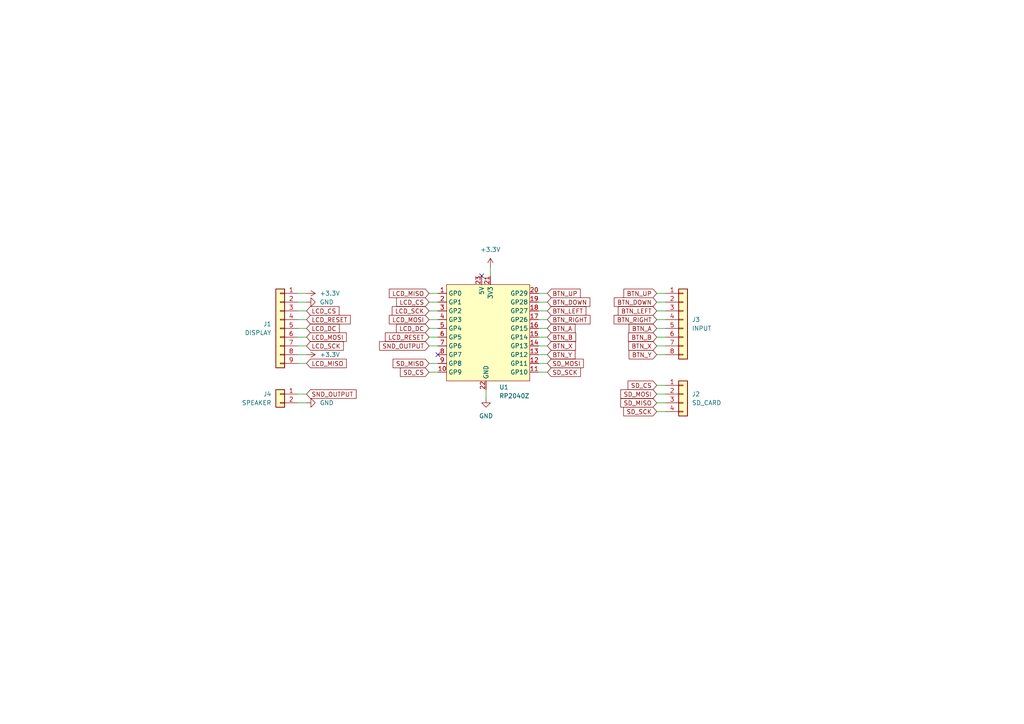
<source format=kicad_sch>
(kicad_sch (version 20230121) (generator eeschema)
  (paper "A4")
  (title_block (title "PiConsole") (date "2023-04-05") (company "Patrick L. Melo") (comment 1 "patrick@patrickmelo.com.br"))
  (lib_symbols
    (symbol "Connector_Generic:Conn_01x02" (pin_names (offset 1.016) hide)
      (property "Reference" "J" (at 0 2.54 0))
      (property "Value" "Conn_01x02" (at 0 -5.08 0))
      (symbol "Conn_01x02_1_1"
        (rectangle (start -1.27 -2.413) (end 0 -2.667) (stroke (width 0.1524)))
        (rectangle (start -1.27 0.127) (end 0 -0.127) (stroke (width 0.1524)))
        (rectangle (start -1.27 1.27) (end 1.27 -3.81) (stroke (width 0.254)) (fill (type background)))
        (pin passive line (at -5.08 0 0) (length 3.81) (name "Pin_1") (number "1"))
        (pin passive line (at -5.08 -2.54 0) (length 3.81) (name "Pin_2") (number "2"))
      )
    )
    (symbol "Connector_Generic:Conn_01x04" (pin_names (offset 1.016) hide)
      (property "Reference" "J" (at 0 5.08 0))
      (property "Value" "Conn_01x04" (at 0 -7.62 0))
      (symbol "Conn_01x04_1_1"
        (rectangle (start -1.27 -4.953) (end 0 -5.207) (stroke (width 0.1524)))
        (rectangle (start -1.27 -2.413) (end 0 -2.667) (stroke (width 0.1524)))
        (rectangle (start -1.27 0.127) (end 0 -0.127) (stroke (width 0.1524)))
        (rectangle (start -1.27 2.667) (end 0 2.413) (stroke (width 0.1524)))
        (rectangle (start -1.27 3.81) (end 1.27 -6.35) (stroke (width 0.254)) (fill (type background)))
        (pin passive line (at -5.08 2.54 0) (length 3.81) (name "Pin_1") (number "1"))
        (pin passive line (at -5.08 0 0) (length 3.81) (name "Pin_2") (number "2"))
        (pin passive line (at -5.08 -2.54 0) (length 3.81) (name "Pin_3") (number "3"))
        (pin passive line (at -5.08 -5.08 0) (length 3.81) (name "Pin_4") (number "4"))
      )
    )
    (symbol "Connector_Generic:Conn_01x08" (pin_names (offset 1.016) hide)
      (property "Reference" "J" (at 0 10.16 0))
      (property "Value" "Conn_01x08" (at 0 -12.7 0))
      (symbol "Conn_01x08_1_1"
        (rectangle (start -1.27 -10.033) (end 0 -10.287) (stroke (width 0.1524)))
        (rectangle (start -1.27 -7.493) (end 0 -7.747) (stroke (width 0.1524)))
        (rectangle (start -1.27 -4.953) (end 0 -5.207) (stroke (width 0.1524)))
        (rectangle (start -1.27 -2.413) (end 0 -2.667) (stroke (width 0.1524)))
        (rectangle (start -1.27 0.127) (end 0 -0.127) (stroke (width 0.1524)))
        (rectangle (start -1.27 2.667) (end 0 2.413) (stroke (width 0.1524)))
        (rectangle (start -1.27 5.207) (end 0 4.953) (stroke (width 0.1524)))
        (rectangle (start -1.27 7.747) (end 0 7.493) (stroke (width 0.1524)))
        (rectangle (start -1.27 8.89) (end 1.27 -11.43) (stroke (width 0.254)) (fill (type background)))
        (pin passive line (at -5.08 7.62 0) (length 3.81) (name "Pin_1") (number "1"))
        (pin passive line (at -5.08 5.08 0) (length 3.81) (name "Pin_2") (number "2"))
        (pin passive line (at -5.08 2.54 0) (length 3.81) (name "Pin_3") (number "3"))
        (pin passive line (at -5.08 0 0) (length 3.81) (name "Pin_4") (number "4"))
        (pin passive line (at -5.08 -2.54 0) (length 3.81) (name "Pin_5") (number "5"))
        (pin passive line (at -5.08 -5.08 0) (length 3.81) (name "Pin_6") (number "6"))
        (pin passive line (at -5.08 -7.62 0) (length 3.81) (name "Pin_7") (number "7"))
        (pin passive line (at -5.08 -10.16 0) (length 3.81) (name "Pin_8") (number "8"))
      )
    )
    (symbol "Connector_Generic:Conn_01x09" (pin_names (offset 1.016) hide)
      (property "Reference" "J" (at 0 12.7 0))
      (property "Value" "Conn_01x09" (at 0 -12.7 0))
      (symbol "Conn_01x09_1_1"
        (rectangle (start -1.27 -10.033) (end 0 -10.287) (stroke (width 0.1524)))
        (rectangle (start -1.27 -7.493) (end 0 -7.747) (stroke (width 0.1524)))
        (rectangle (start -1.27 -4.953) (end 0 -5.207) (stroke (width 0.1524)))
        (rectangle (start -1.27 -2.413) (end 0 -2.667) (stroke (width 0.1524)))
        (rectangle (start -1.27 0.127) (end 0 -0.127) (stroke (width 0.1524)))
        (rectangle (start -1.27 2.667) (end 0 2.413) (stroke (width 0.1524)))
        (rectangle (start -1.27 5.207) (end 0 4.953) (stroke (width 0.1524)))
        (rectangle (start -1.27 7.747) (end 0 7.493) (stroke (width 0.1524)))
        (rectangle (start -1.27 10.287) (end 0 10.033) (stroke (width 0.1524)))
        (rectangle (start -1.27 11.43) (end 1.27 -11.43) (stroke (width 0.254)) (fill (type background)))
        (pin passive line (at -5.08 10.16 0) (length 3.81) (name "Pin_1") (number "1"))
        (pin passive line (at -5.08 7.62 0) (length 3.81) (name "Pin_2") (number "2"))
        (pin passive line (at -5.08 5.08 0) (length 3.81) (name "Pin_3") (number "3"))
        (pin passive line (at -5.08 2.54 0) (length 3.81) (name "Pin_4") (number "4"))
        (pin passive line (at -5.08 0 0) (length 3.81) (name "Pin_5") (number "5"))
        (pin passive line (at -5.08 -2.54 0) (length 3.81) (name "Pin_6") (number "6"))
        (pin passive line (at -5.08 -5.08 0) (length 3.81) (name "Pin_7") (number "7"))
        (pin passive line (at -5.08 -7.62 0) (length 3.81) (name "Pin_8") (number "8"))
        (pin passive line (at -5.08 -10.16 0) (length 3.81) (name "Pin_9") (number "9"))
      )
    )
    (symbol "PiConsole:RP2040_Zero"
      (property "Reference" "U" (at 0 3.175 0))
      (property "Value" "RP2040Z" (at 0 1.27 0))
      (symbol "RP2040_Zero_1_1"
        (rectangle (start -11.43 12.7) (end 12.7 -15.24) (fill (type background)))
        (pin bidirectional line (at -13.97 10.16 0) (length 2.54) (name "GP0") (number "1"))
        (pin bidirectional line (at -13.97 -12.7 0) (length 2.54) (name "GP9") (number "10"))
        (pin bidirectional line (at 15.24 -12.7 180) (length 2.54) (name "GP10") (number "11"))
        (pin bidirectional line (at 15.24 -10.16 180) (length 2.54) (name "GP11") (number "12"))
        (pin bidirectional line (at 15.24 -7.62 180) (length 2.54) (name "GP12") (number "13"))
        (pin bidirectional line (at 15.24 -5.08 180) (length 2.54) (name "GP13") (number "14"))
        (pin bidirectional line (at 15.24 -2.54 180) (length 2.54) (name "GP14") (number "15"))
        (pin bidirectional line (at 15.24 0 180) (length 2.54) (name "GP15") (number "16"))
        (pin bidirectional line (at 15.24 2.54 180) (length 2.54) (name "GP26") (number "17"))
        (pin bidirectional line (at 15.24 5.08 180) (length 2.54) (name "GP27") (number "18"))
        (pin bidirectional line (at 15.24 7.62 180) (length 2.54) (name "GP28") (number "19"))
        (pin bidirectional line (at -13.97 7.62 0) (length 2.54) (name "GP1") (number "2"))
        (pin bidirectional line (at 15.24 10.16 180) (length 2.54) (name "GP29") (number "20"))
        (pin power_in line (at 1.27 15.24 270) (length 2.54) (name "3V3") (number "21"))
        (pin power_in line (at 0 -17.78 90) (length 2.54) (name "GND") (number "22"))
        (pin power_in line (at -1.27 15.24 270) (length 2.54) (name "5V") (number "23"))
        (pin bidirectional line (at -13.97 5.08 0) (length 2.54) (name "GP2") (number "3"))
        (pin bidirectional line (at -13.97 2.54 0) (length 2.54) (name "GP3") (number "4"))
        (pin bidirectional line (at -13.97 0 0) (length 2.54) (name "GP4") (number "5"))
        (pin bidirectional line (at -13.97 -2.54 0) (length 2.54) (name "GP5") (number "6"))
        (pin bidirectional line (at -13.97 -5.08 0) (length 2.54) (name "GP6") (number "7"))
        (pin bidirectional line (at -13.97 -7.62 0) (length 2.54) (name "GP7") (number "8"))
        (pin bidirectional line (at -13.97 -10.16 0) (length 2.54) (name "GP8") (number "9"))
      )
    )
    (symbol "power:+3.3V" (power) (pin_names (offset 0))
      (property "Value" "+3.3V" (at 0 3.556 0))
      (symbol "+3.3V_0_1"
        (polyline (pts (xy -0.762 1.27) (xy 0 2.54)))
        (polyline (pts (xy 0 0) (xy 0 2.54)))
        (polyline (pts (xy 0 2.54) (xy 0.762 1.27)))
      )
      (symbol "+3.3V_1_1"
        (pin power_in line (at 0 0 90) (length 0) hide (name "+3.3V") (number "1"))
      )
    )
    (symbol "power:GND" (power) (pin_names (offset 0))
      (property "Value" "GND" (at 0 -3.81 0))
      (symbol "GND_0_1"
        (polyline (pts (xy 0 0) (xy 0 -1.27) (xy 1.27 -1.27) (xy 0 -2.54) (xy -1.27 -1.27) (xy 0 -1.27)))
      )
      (symbol "GND_1_1"
        (pin power_in line (at 0 0 270) (length 0) hide (name "GND") (number "1"))
      )
    )
  )
  (no_connect (at 139.7 80.01))
  (no_connect (at 127 102.87))
  (wire (pts (xy 193.04 95.25) (xy 190.5 95.25)))
  (wire (pts (xy 124.46 107.95) (xy 127 107.95)))
  (wire (pts (xy 86.36 116.84) (xy 88.9 116.84)))
  (wire (pts (xy 156.21 95.25) (xy 158.75 95.25)))
  (wire (pts (xy 193.04 85.09) (xy 190.5 85.09)))
  (wire (pts (xy 124.46 97.79) (xy 127 97.79)))
  (wire (pts (xy 156.21 102.87) (xy 158.75 102.87)))
  (wire (pts (xy 86.36 87.63) (xy 88.9 87.63)))
  (wire (pts (xy 156.21 92.71) (xy 158.75 92.71)))
  (wire (pts (xy 193.04 119.38) (xy 190.5 119.38)))
  (wire (pts (xy 193.04 87.63) (xy 190.5 87.63)))
  (wire (pts (xy 86.36 85.09) (xy 88.9 85.09)))
  (wire (pts (xy 156.21 107.95) (xy 158.75 107.95)))
  (wire (pts (xy 86.36 102.87) (xy 88.9 102.87)))
  (wire (pts (xy 156.21 87.63) (xy 158.75 87.63)))
  (wire (pts (xy 86.36 114.3) (xy 88.9 114.3)))
  (wire (pts (xy 124.46 87.63) (xy 127 87.63)))
  (wire (pts (xy 86.36 90.17) (xy 88.9 90.17)))
  (wire (pts (xy 86.36 95.25) (xy 88.9 95.25)))
  (wire (pts (xy 86.36 105.41) (xy 88.9 105.41)))
  (wire (pts (xy 193.04 97.79) (xy 190.5 97.79)))
  (wire (pts (xy 86.36 97.79) (xy 88.9 97.79)))
  (wire (pts (xy 193.04 92.71) (xy 190.5 92.71)))
  (wire (pts (xy 193.04 102.87) (xy 190.5 102.87)))
  (wire (pts (xy 193.04 116.84) (xy 190.5 116.84)))
  (wire (pts (xy 193.04 111.76) (xy 190.5 111.76)))
  (wire (pts (xy 156.21 100.33) (xy 158.75 100.33)))
  (wire (pts (xy 156.21 85.09) (xy 158.75 85.09)))
  (wire (pts (xy 156.21 90.17) (xy 158.75 90.17)))
  (wire (pts (xy 193.04 90.17) (xy 190.5 90.17)))
  (wire (pts (xy 124.46 90.17) (xy 127 90.17)))
  (wire (pts (xy 124.46 85.09) (xy 127 85.09)))
  (wire (pts (xy 156.21 105.41) (xy 158.75 105.41)))
  (wire (pts (xy 156.21 97.79) (xy 158.75 97.79)))
  (wire (pts (xy 124.46 105.41) (xy 127 105.41)))
  (wire (pts (xy 86.36 100.33) (xy 88.9 100.33)))
  (wire (pts (xy 124.46 100.33) (xy 127 100.33)))
  (wire (pts (xy 193.04 100.33) (xy 190.5 100.33)))
  (wire (pts (xy 140.97 113.03) (xy 140.97 115.57)))
  (wire (pts (xy 193.04 114.3) (xy 190.5 114.3)))
  (wire (pts (xy 124.46 92.71) (xy 127 92.71)))
  (wire (pts (xy 142.24 77.47) (xy 142.24 80.01)))
  (wire (pts (xy 124.46 95.25) (xy 127 95.25)))
  (wire (pts (xy 86.36 92.71) (xy 88.9 92.71)))
  (global_label "BTN_RIGHT" (shape input) (at 158.75 92.71 0) (property "Intersheetrefs" "${INTERSHEET_REFS}" (effects hide)))
  (global_label "BTN_LEFT" (shape input) (at 190.5 90.17 180) (property "Intersheetrefs" "${INTERSHEET_REFS}" (effects hide)))
  (global_label "BTN_B" (shape input) (at 190.5 97.79 180) (property "Intersheetrefs" "${INTERSHEET_REFS}" (effects hide)))
  (global_label "BTN_X" (shape input) (at 190.5 100.33 180) (property "Intersheetrefs" "${INTERSHEET_REFS}" (effects hide)))
  (global_label "LCD_CS" (shape input) (at 124.46 87.63 180) (property "Intersheetrefs" "${INTERSHEET_REFS}" (effects hide)))
  (global_label "LCD_MISO" (shape input) (at 88.9 105.41 0) (property "Intersheetrefs" "${INTERSHEET_REFS}" (effects hide)))
  (global_label "LCD_DC" (shape input) (at 124.46 95.25 180) (property "Intersheetrefs" "${INTERSHEET_REFS}" (effects hide)))
  (global_label "LCD_RESET" (shape input) (at 88.9 92.71 0) (property "Intersheetrefs" "${INTERSHEET_REFS}" (effects hide)))
  (global_label "SND_OUTPUT" (shape input) (at 88.9 114.3 0) (property "Intersheetrefs" "${INTERSHEET_REFS}" (effects hide)))
  (global_label "BTN_DOWN" (shape input) (at 158.75 87.63 0) (property "Intersheetrefs" "${INTERSHEET_REFS}" (effects hide)))
  (global_label "LCD_MISO" (shape input) (at 124.46 85.09 180) (property "Intersheetrefs" "${INTERSHEET_REFS}" (effects hide)))
  (global_label "BTN_DOWN" (shape input) (at 190.5 87.63 180) (property "Intersheetrefs" "${INTERSHEET_REFS}" (effects hide)))
  (global_label "LCD_SCK" (shape input) (at 88.9 100.33 0) (property "Intersheetrefs" "${INTERSHEET_REFS}" (effects hide)))
  (global_label "BTN_A" (shape input) (at 158.75 95.25 0) (property "Intersheetrefs" "${INTERSHEET_REFS}" (effects hide)))
  (global_label "SD_MISO" (shape input) (at 190.5 116.84 180) (property "Intersheetrefs" "${INTERSHEET_REFS}" (effects hide)))
  (global_label "SD_CS" (shape input) (at 190.5 111.76 180) (property "Intersheetrefs" "${INTERSHEET_REFS}" (effects hide)))
  (global_label "LCD_SCK" (shape input) (at 124.46 90.17 180) (property "Intersheetrefs" "${INTERSHEET_REFS}" (effects hide)))
  (global_label "BTN_Y" (shape input) (at 190.5 102.87 180) (property "Intersheetrefs" "${INTERSHEET_REFS}" (effects hide)))
  (global_label "BTN_Y" (shape input) (at 158.75 102.87 0) (property "Intersheetrefs" "${INTERSHEET_REFS}" (effects hide)))
  (global_label "SD_MISO" (shape input) (at 124.46 105.41 180) (property "Intersheetrefs" "${INTERSHEET_REFS}" (effects hide)))
  (global_label "LCD_MOSI" (shape input) (at 88.9 97.79 0) (property "Intersheetrefs" "${INTERSHEET_REFS}" (effects hide)))
  (global_label "LCD_RESET" (shape input) (at 124.46 97.79 180) (property "Intersheetrefs" "${INTERSHEET_REFS}" (effects hide)))
  (global_label "BTN_LEFT" (shape input) (at 158.75 90.17 0) (property "Intersheetrefs" "${INTERSHEET_REFS}" (effects hide)))
  (global_label "LCD_CS" (shape input) (at 88.9 90.17 0) (property "Intersheetrefs" "${INTERSHEET_REFS}" (effects hide)))
  (global_label "SD_MOSI" (shape input) (at 190.5 114.3 180) (property "Intersheetrefs" "${INTERSHEET_REFS}" (effects hide)))
  (global_label "SD_SCK" (shape input) (at 158.75 107.95 0) (property "Intersheetrefs" "${INTERSHEET_REFS}" (effects hide)))
  (global_label "BTN_A" (shape input) (at 190.5 95.25 180) (property "Intersheetrefs" "${INTERSHEET_REFS}" (effects hide)))
  (global_label "SD_SCK" (shape input) (at 190.5 119.38 180) (property "Intersheetrefs" "${INTERSHEET_REFS}" (effects hide)))
  (global_label "LCD_MOSI" (shape input) (at 124.46 92.71 180) (property "Intersheetrefs" "${INTERSHEET_REFS}" (effects hide)))
  (global_label "BTN_UP" (shape input) (at 190.5 85.09 180) (property "Intersheetrefs" "${INTERSHEET_REFS}" (effects hide)))
  (global_label "BTN_B" (shape input) (at 158.75 97.79 0) (property "Intersheetrefs" "${INTERSHEET_REFS}" (effects hide)))
  (global_label "BTN_UP" (shape input) (at 158.75 85.09 0) (property "Intersheetrefs" "${INTERSHEET_REFS}" (effects hide)))
  (global_label "SD_MOSI" (shape input) (at 158.75 105.41 0) (property "Intersheetrefs" "${INTERSHEET_REFS}" (effects hide)))
  (global_label "BTN_X" (shape input) (at 158.75 100.33 0) (property "Intersheetrefs" "${INTERSHEET_REFS}" (effects hide)))
  (global_label "BTN_RIGHT" (shape input) (at 190.5 92.71 180) (property "Intersheetrefs" "${INTERSHEET_REFS}" (effects hide)))
  (global_label "SD_CS" (shape input) (at 124.46 107.95 180) (property "Intersheetrefs" "${INTERSHEET_REFS}" (effects hide)))
  (global_label "SND_OUTPUT" (shape input) (at 124.46 100.33 180) (property "Intersheetrefs" "${INTERSHEET_REFS}" (effects hide)))
  (global_label "LCD_DC" (shape input) (at 88.9 95.25 0) (property "Intersheetrefs" "${INTERSHEET_REFS}" (effects hide)))
  (symbol (lib_id "Connector_Generic:Conn_01x09") (at 81.28 95.25 0) (mirror y) (unit 1)
    (property "Reference" "J1" (at 78.74 93.98 0) (effects (justify left)))
    (property "Value" "DISPLAY" (at 78.74 96.52 0) (effects (justify left)))
  )
  (symbol (lib_id "power:GND") (at 88.9 116.84 90) (unit 1)
    (property "Reference" "#PWR06" (effects hide))
    (property "Value" "GND" (at 92.71 116.84 90) (effects (justify right)))
  )
  (symbol (lib_id "PiConsole:RP2040_Zero") (at 140.97 95.25 0) (unit 1)
    (property "Reference" "U1" (at 144.78 113.03 0) (effects (justify left bottom)))
    (property "Value" "RP2040Z" (at 144.78 115.57 0) (effects (justify left bottom)))
  )
  (symbol (lib_id "power:+3.3V") (at 88.9 102.87 270) (unit 1)
    (property "Reference" "#PWR03" (effects hide))
    (property "Value" "+3.3V" (at 92.71 102.87 90) (effects (justify left)))
  )
  (symbol (lib_id "power:+3.3V") (at 142.24 77.47 0) (unit 1)
    (property "Reference" "#PWR05" (effects hide))
    (property "Value" "+3.3V" (at 142.24 72.39 0))
  )
  (symbol (lib_id "power:GND") (at 88.9 87.63 90) (unit 1)
    (property "Reference" "#PWR02" (effects hide))
    (property "Value" "GND" (at 92.71 87.63 90) (effects (justify right)))
  )
  (symbol (lib_id "Connector_Generic:Conn_01x08") (at 198.12 92.71 0) (unit 1)
    (property "Reference" "J3" (at 200.66 92.71 0) (effects (justify left)))
    (property "Value" "INPUT" (at 200.66 95.25 0) (effects (justify left)))
  )
  (symbol (lib_id "power:+3.3V") (at 88.9 85.09 270) (unit 1)
    (property "Reference" "#PWR01" (effects hide))
    (property "Value" "+3.3V" (at 92.71 85.09 90) (effects (justify left)))
  )
  (symbol (lib_id "Connector_Generic:Conn_01x04") (at 198.12 114.3 0) (unit 1)
    (property "Reference" "J2" (at 200.66 114.3 0) (effects (justify left)))
    (property "Value" "SD_CARD" (at 200.66 116.84 0) (effects (justify left)))
  )
  (symbol (lib_id "power:GND") (at 140.97 115.57 0) (unit 1)
    (property "Reference" "#PWR04" (effects hide))
    (property "Value" "GND" (at 140.97 120.65 0))
  )
  (symbol (lib_id "Connector_Generic:Conn_01x02") (at 81.28 114.3 0) (mirror y) (unit 1)
    (property "Reference" "J4" (at 78.74 114.3 0) (effects (justify left)))
    (property "Value" "SPEAKER" (at 78.74 116.84 0) (effects (justify left)))
  )
)
</source>
